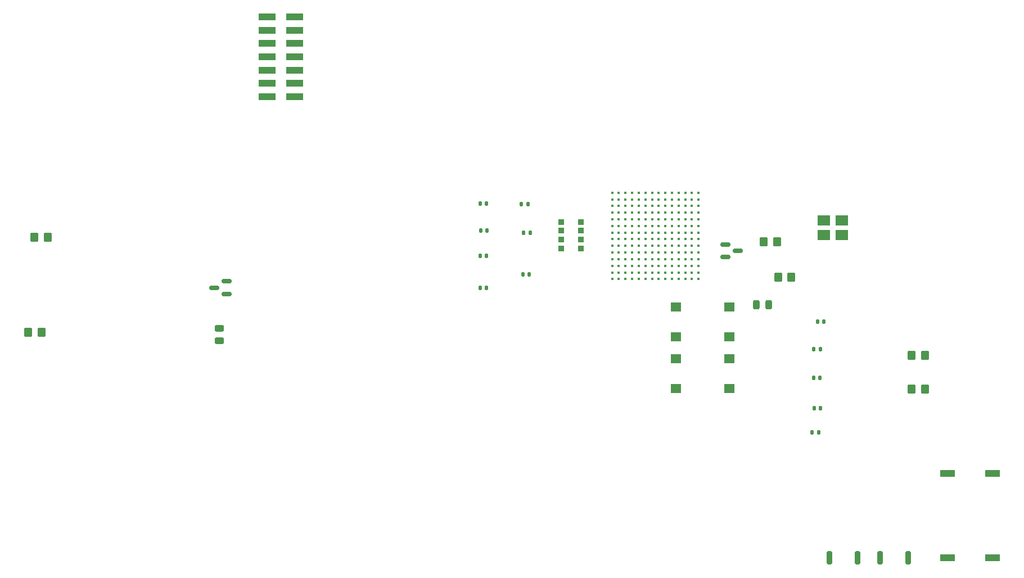
<source format=gbr>
%TF.GenerationSoftware,KiCad,Pcbnew,7.0.2*%
%TF.CreationDate,2023-07-10T01:25:34+02:00*%
%TF.ProjectId,FPGA_V2,46504741-5f56-4322-9e6b-696361645f70,rev?*%
%TF.SameCoordinates,Original*%
%TF.FileFunction,Paste,Top*%
%TF.FilePolarity,Positive*%
%FSLAX46Y46*%
G04 Gerber Fmt 4.6, Leading zero omitted, Abs format (unit mm)*
G04 Created by KiCad (PCBNEW 7.0.2) date 2023-07-10 01:25:34*
%MOMM*%
%LPD*%
G01*
G04 APERTURE LIST*
G04 Aperture macros list*
%AMRoundRect*
0 Rectangle with rounded corners*
0 $1 Rounding radius*
0 $2 $3 $4 $5 $6 $7 $8 $9 X,Y pos of 4 corners*
0 Add a 4 corners polygon primitive as box body*
4,1,4,$2,$3,$4,$5,$6,$7,$8,$9,$2,$3,0*
0 Add four circle primitives for the rounded corners*
1,1,$1+$1,$2,$3*
1,1,$1+$1,$4,$5*
1,1,$1+$1,$6,$7*
1,1,$1+$1,$8,$9*
0 Add four rect primitives between the rounded corners*
20,1,$1+$1,$2,$3,$4,$5,0*
20,1,$1+$1,$4,$5,$6,$7,0*
20,1,$1+$1,$6,$7,$8,$9,0*
20,1,$1+$1,$8,$9,$2,$3,0*%
G04 Aperture macros list end*
%ADD10RoundRect,0.140000X-0.140000X-0.170000X0.140000X-0.170000X0.140000X0.170000X-0.140000X0.170000X0*%
%ADD11R,0.900000X0.900000*%
%ADD12RoundRect,0.250000X-0.350000X-0.450000X0.350000X-0.450000X0.350000X0.450000X-0.350000X0.450000X0*%
%ADD13R,1.600000X1.400000*%
%ADD14RoundRect,0.135000X-0.135000X-0.185000X0.135000X-0.185000X0.135000X0.185000X-0.135000X0.185000X0*%
%ADD15RoundRect,0.200000X-0.200000X-0.800000X0.200000X-0.800000X0.200000X0.800000X-0.200000X0.800000X0*%
%ADD16RoundRect,0.150000X0.587500X0.150000X-0.587500X0.150000X-0.587500X-0.150000X0.587500X-0.150000X0*%
%ADD17R,2.160000X1.120000*%
%ADD18RoundRect,0.200000X0.200000X0.800000X-0.200000X0.800000X-0.200000X-0.800000X0.200000X-0.800000X0*%
%ADD19RoundRect,0.150000X-0.587500X-0.150000X0.587500X-0.150000X0.587500X0.150000X-0.587500X0.150000X0*%
%ADD20C,0.400000*%
%ADD21R,2.580000X1.000000*%
%ADD22R,1.950000X1.650000*%
%ADD23RoundRect,0.243750X-0.243750X-0.456250X0.243750X-0.456250X0.243750X0.456250X-0.243750X0.456250X0*%
%ADD24RoundRect,0.243750X0.456250X-0.243750X0.456250X0.243750X-0.456250X0.243750X-0.456250X-0.243750X0*%
G04 APERTURE END LIST*
D10*
%TO.C,C38*%
X90480000Y-76200000D03*
X91440000Y-76200000D03*
%TD*%
%TO.C,C33*%
X140743500Y-85477100D03*
X141703500Y-85477100D03*
%TD*%
D11*
%TO.C,RN2*%
X102690000Y-66290000D03*
X102690000Y-67630000D03*
X102690000Y-68950000D03*
X102690000Y-70290000D03*
X105690000Y-70290000D03*
X105690000Y-68950000D03*
X105690000Y-67630000D03*
X105690000Y-66290000D03*
%TD*%
D10*
%TO.C,C40*%
X90574000Y-67601100D03*
X91534000Y-67601100D03*
%TD*%
%TO.C,C39*%
X90480000Y-63500000D03*
X91440000Y-63500000D03*
%TD*%
D12*
%TO.C,R59*%
X135360500Y-74627700D03*
X137360500Y-74627700D03*
%TD*%
D13*
%TO.C,S2*%
X128005000Y-83575000D03*
X120005000Y-83575000D03*
X120005000Y-79075000D03*
X128005000Y-79075000D03*
%TD*%
D10*
%TO.C,C37*%
X140806600Y-94344500D03*
X141766600Y-94344500D03*
%TD*%
D12*
%TO.C,R9*%
X23400000Y-68580000D03*
X25400000Y-68580000D03*
%TD*%
D14*
%TO.C,R60*%
X140483800Y-98019900D03*
X141503800Y-98019900D03*
%TD*%
D10*
%TO.C,C44*%
X96948500Y-74197100D03*
X97908500Y-74197100D03*
%TD*%
D15*
%TO.C,SW1*%
X143120000Y-116840000D03*
X147320000Y-116840000D03*
%TD*%
D16*
%TO.C,Q1*%
X52357500Y-77150000D03*
X52357500Y-75250000D03*
X50482500Y-76200000D03*
%TD*%
D10*
%TO.C,C42*%
X96712100Y-63608800D03*
X97672100Y-63608800D03*
%TD*%
D12*
%TO.C,R58*%
X133214600Y-69263100D03*
X135214600Y-69263100D03*
%TD*%
D17*
%TO.C,SW3*%
X160910000Y-104140000D03*
X167640000Y-104140000D03*
%TD*%
D13*
%TO.C,S3*%
X128005000Y-91375000D03*
X120005000Y-91375000D03*
X120005000Y-86875000D03*
X128005000Y-86875000D03*
%TD*%
D12*
%TO.C,R16*%
X155480000Y-86360000D03*
X157480000Y-86360000D03*
%TD*%
D17*
%TO.C,SW4*%
X160910000Y-116840000D03*
X167640000Y-116840000D03*
%TD*%
D12*
%TO.C,R17*%
X155480000Y-91440000D03*
X157480000Y-91440000D03*
%TD*%
D18*
%TO.C,SW2*%
X154940000Y-116840000D03*
X150740000Y-116840000D03*
%TD*%
D10*
%TO.C,C41*%
X90480000Y-71440000D03*
X91440000Y-71440000D03*
%TD*%
%TO.C,C32*%
X141280000Y-81280000D03*
X142240000Y-81280000D03*
%TD*%
D19*
%TO.C,Q2*%
X127412500Y-69680000D03*
X127412500Y-71580000D03*
X129287500Y-70630000D03*
%TD*%
D10*
%TO.C,C43*%
X97074700Y-67948900D03*
X98034700Y-67948900D03*
%TD*%
D20*
%TO.C,U2*%
X110380000Y-61900000D03*
X111380000Y-61900000D03*
X112380000Y-61900000D03*
X113380000Y-61900000D03*
X114380000Y-61900000D03*
X115380000Y-61900000D03*
X116380000Y-61900000D03*
X117380000Y-61900000D03*
X118380000Y-61900000D03*
X119380000Y-61900000D03*
X120380000Y-61900000D03*
X121380000Y-61900000D03*
X122380000Y-61900000D03*
X123380000Y-61900000D03*
X110380000Y-62900000D03*
X111380000Y-62900000D03*
X112380000Y-62900000D03*
X113380000Y-62900000D03*
X114380000Y-62900000D03*
X115380000Y-62900000D03*
X116380000Y-62900000D03*
X117380000Y-62900000D03*
X118380000Y-62900000D03*
X119380000Y-62900000D03*
X120380000Y-62900000D03*
X121380000Y-62900000D03*
X122380000Y-62900000D03*
X123380000Y-62900000D03*
X110380000Y-63900000D03*
X111380000Y-63900000D03*
X112380000Y-63900000D03*
X113380000Y-63900000D03*
X114380000Y-63900000D03*
X115380000Y-63900000D03*
X116380000Y-63900000D03*
X117380000Y-63900000D03*
X118380000Y-63900000D03*
X119380000Y-63900000D03*
X120380000Y-63900000D03*
X121380000Y-63900000D03*
X122380000Y-63900000D03*
X123380000Y-63900000D03*
X110380000Y-64900000D03*
X111380000Y-64900000D03*
X112380000Y-64900000D03*
X113380000Y-64900000D03*
X114380000Y-64900000D03*
X115380000Y-64900000D03*
X116380000Y-64900000D03*
X117380000Y-64900000D03*
X118380000Y-64900000D03*
X119380000Y-64900000D03*
X120380000Y-64900000D03*
X121380000Y-64900000D03*
X122380000Y-64900000D03*
X123380000Y-64900000D03*
X110380000Y-65900000D03*
X111380000Y-65900000D03*
X112380000Y-65900000D03*
X113380000Y-65900000D03*
X114380000Y-65900000D03*
X115380000Y-65900000D03*
X116380000Y-65900000D03*
X117380000Y-65900000D03*
X118380000Y-65900000D03*
X119380000Y-65900000D03*
X120380000Y-65900000D03*
X121380000Y-65900000D03*
X122380000Y-65900000D03*
X123380000Y-65900000D03*
X110380000Y-66900000D03*
X111380000Y-66900000D03*
X112380000Y-66900000D03*
X113380000Y-66900000D03*
X114380000Y-66900000D03*
X115380000Y-66900000D03*
X116380000Y-66900000D03*
X117380000Y-66900000D03*
X118380000Y-66900000D03*
X119380000Y-66900000D03*
X120380000Y-66900000D03*
X121380000Y-66900000D03*
X122380000Y-66900000D03*
X123380000Y-66900000D03*
X110380000Y-67900000D03*
X111380000Y-67900000D03*
X112380000Y-67900000D03*
X113380000Y-67900000D03*
X114380000Y-67900000D03*
X115380000Y-67900000D03*
X116380000Y-67900000D03*
X117380000Y-67900000D03*
X118380000Y-67900000D03*
X119380000Y-67900000D03*
X120380000Y-67900000D03*
X121380000Y-67900000D03*
X122380000Y-67900000D03*
X123380000Y-67900000D03*
X110380000Y-68900000D03*
X111380000Y-68900000D03*
X112380000Y-68900000D03*
X113380000Y-68900000D03*
X114380000Y-68900000D03*
X115380000Y-68900000D03*
X116380000Y-68900000D03*
X117380000Y-68900000D03*
X118380000Y-68900000D03*
X119380000Y-68900000D03*
X120380000Y-68900000D03*
X121380000Y-68900000D03*
X122380000Y-68900000D03*
X123380000Y-68900000D03*
X110380000Y-69900000D03*
X111380000Y-69900000D03*
X112380000Y-69900000D03*
X113380000Y-69900000D03*
X114380000Y-69900000D03*
X115380000Y-69900000D03*
X116380000Y-69900000D03*
X117380000Y-69900000D03*
X118380000Y-69900000D03*
X119380000Y-69900000D03*
X120380000Y-69900000D03*
X121380000Y-69900000D03*
X122380000Y-69900000D03*
X123380000Y-69900000D03*
X110380000Y-70900000D03*
X111380000Y-70900000D03*
X112380000Y-70900000D03*
X113380000Y-70900000D03*
X114380000Y-70900000D03*
X115380000Y-70900000D03*
X116380000Y-70900000D03*
X117380000Y-70900000D03*
X118380000Y-70900000D03*
X119380000Y-70900000D03*
X120380000Y-70900000D03*
X121380000Y-70900000D03*
X122380000Y-70900000D03*
X123380000Y-70900000D03*
X110380000Y-71900000D03*
X111380000Y-71900000D03*
X112380000Y-71900000D03*
X113380000Y-71900000D03*
X114380000Y-71900000D03*
X115380000Y-71900000D03*
X116380000Y-71900000D03*
X117380000Y-71900000D03*
X118380000Y-71900000D03*
X119380000Y-71900000D03*
X120380000Y-71900000D03*
X121380000Y-71900000D03*
X122380000Y-71900000D03*
X123380000Y-71900000D03*
X110380000Y-72900000D03*
X111380000Y-72900000D03*
X112380000Y-72900000D03*
X113380000Y-72900000D03*
X114380000Y-72900000D03*
X115380000Y-72900000D03*
X116380000Y-72900000D03*
X117380000Y-72900000D03*
X118380000Y-72900000D03*
X119380000Y-72900000D03*
X120380000Y-72900000D03*
X121380000Y-72900000D03*
X122380000Y-72900000D03*
X123380000Y-72900000D03*
X110380000Y-73900000D03*
X111380000Y-73900000D03*
X112380000Y-73900000D03*
X113380000Y-73900000D03*
X114380000Y-73900000D03*
X115380000Y-73900000D03*
X116380000Y-73900000D03*
X117380000Y-73900000D03*
X118380000Y-73900000D03*
X119380000Y-73900000D03*
X120380000Y-73900000D03*
X121380000Y-73900000D03*
X122380000Y-73900000D03*
X123380000Y-73900000D03*
X110380000Y-74900000D03*
X111380000Y-74900000D03*
X112380000Y-74900000D03*
X113380000Y-74900000D03*
X114380000Y-74900000D03*
X115380000Y-74900000D03*
X116380000Y-74900000D03*
X117380000Y-74900000D03*
X118380000Y-74900000D03*
X119380000Y-74900000D03*
X120380000Y-74900000D03*
X121380000Y-74900000D03*
X122380000Y-74900000D03*
X123380000Y-74900000D03*
%TD*%
D21*
%TO.C,J2*%
X58445000Y-35420000D03*
X62615000Y-35420000D03*
X58445000Y-37420000D03*
X62615000Y-37420000D03*
X58445000Y-39420000D03*
X62615000Y-39420000D03*
X58445000Y-41420000D03*
X62615000Y-41420000D03*
X58445000Y-43420000D03*
X62615000Y-43420000D03*
X58445000Y-45420000D03*
X62615000Y-45420000D03*
X58445000Y-47420000D03*
X62615000Y-47420000D03*
%TD*%
D12*
%TO.C,R8*%
X22480000Y-82890000D03*
X24480000Y-82890000D03*
%TD*%
D22*
%TO.C,X1*%
X142240000Y-68240000D03*
X144990000Y-68240000D03*
X144990000Y-66040000D03*
X142240000Y-66040000D03*
%TD*%
D23*
%TO.C,D5*%
X132102500Y-78740000D03*
X133977500Y-78740000D03*
%TD*%
D24*
%TO.C,D1*%
X51220000Y-84162500D03*
X51220000Y-82287500D03*
%TD*%
D10*
%TO.C,C34*%
X140712000Y-89737200D03*
X141672000Y-89737200D03*
%TD*%
M02*

</source>
